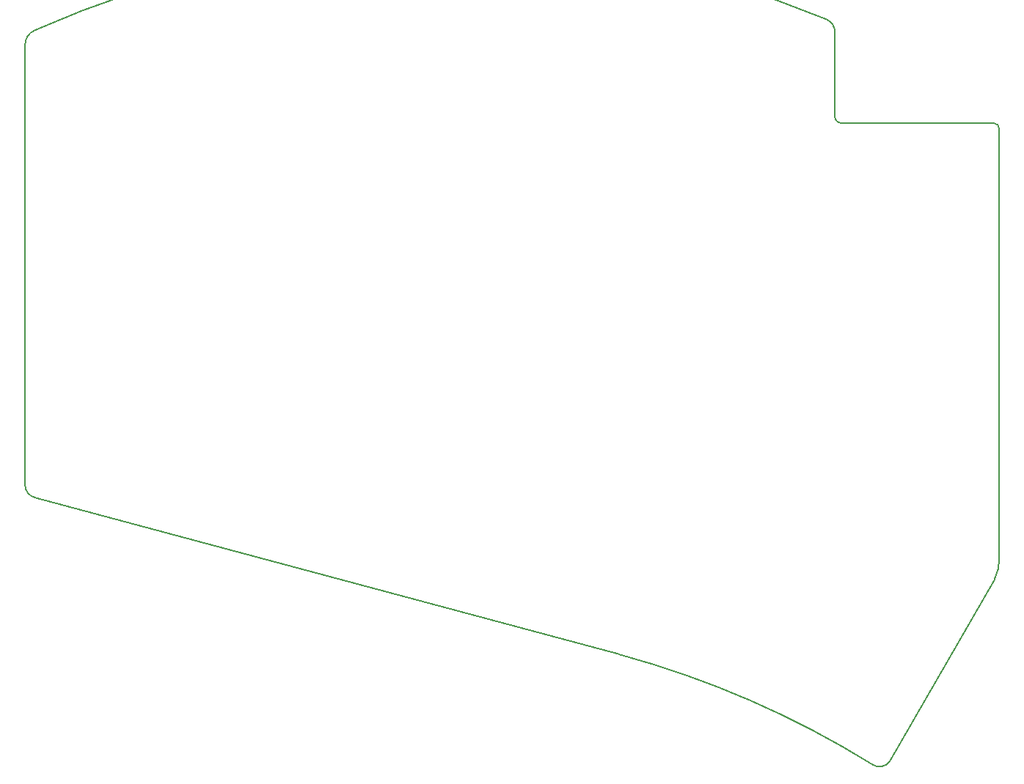
<source format=gbr>
G04 #@! TF.GenerationSoftware,KiCad,Pcbnew,(6.0.6)*
G04 #@! TF.CreationDate,2022-07-07T14:04:20+08:00*
G04 #@! TF.ProjectId,Kretstr_d,4b726574-7374-472e-9464-2e6b69636164,rev?*
G04 #@! TF.SameCoordinates,Original*
G04 #@! TF.FileFunction,Profile,NP*
%FSLAX46Y46*%
G04 Gerber Fmt 4.6, Leading zero omitted, Abs format (unit mm)*
G04 Created by KiCad (PCBNEW (6.0.6)) date 2022-07-07 14:04:20*
%MOMM*%
%LPD*%
G01*
G04 APERTURE LIST*
G04 #@! TA.AperFunction,Profile*
%ADD10C,0.150000*%
G04 #@! TD*
G04 APERTURE END LIST*
D10*
X191530769Y-69198839D02*
G75*
G03*
X190904575Y-68563839I-652769J-17461D01*
G01*
X171581751Y-56565799D02*
G75*
G03*
X80192550Y-57835800I-44214361J-107152951D01*
G01*
X172548331Y-58089798D02*
G75*
G03*
X171581750Y-56565800I-1587131J61898D01*
G01*
X190904575Y-68563839D02*
X173311985Y-68555839D01*
X191530775Y-69198839D02*
X191530775Y-118821668D01*
X176919965Y-142696155D02*
G75*
G03*
X147759585Y-129984968I-58040565J-93345645D01*
G01*
X178847975Y-142316668D02*
X190955375Y-121310868D01*
X80144785Y-111798568D02*
X147759585Y-129984968D01*
X172548375Y-58089800D02*
X172548375Y-67751039D01*
X190955358Y-121310859D02*
G75*
G03*
X191530775Y-118821668I-4793758J2419259D01*
G01*
X79074950Y-59563000D02*
X79076775Y-110414761D01*
X79076779Y-110414761D02*
G75*
G03*
X80144785Y-111798568I1486421J43161D01*
G01*
X176919986Y-142696125D02*
G75*
G03*
X178847975Y-142316668I775014J1149925D01*
G01*
X172548331Y-67751037D02*
G75*
G03*
X173311985Y-68555839I769169J-34863D01*
G01*
X80192543Y-57835782D02*
G75*
G03*
X79074950Y-59563000I681157J-1665918D01*
G01*
M02*

</source>
